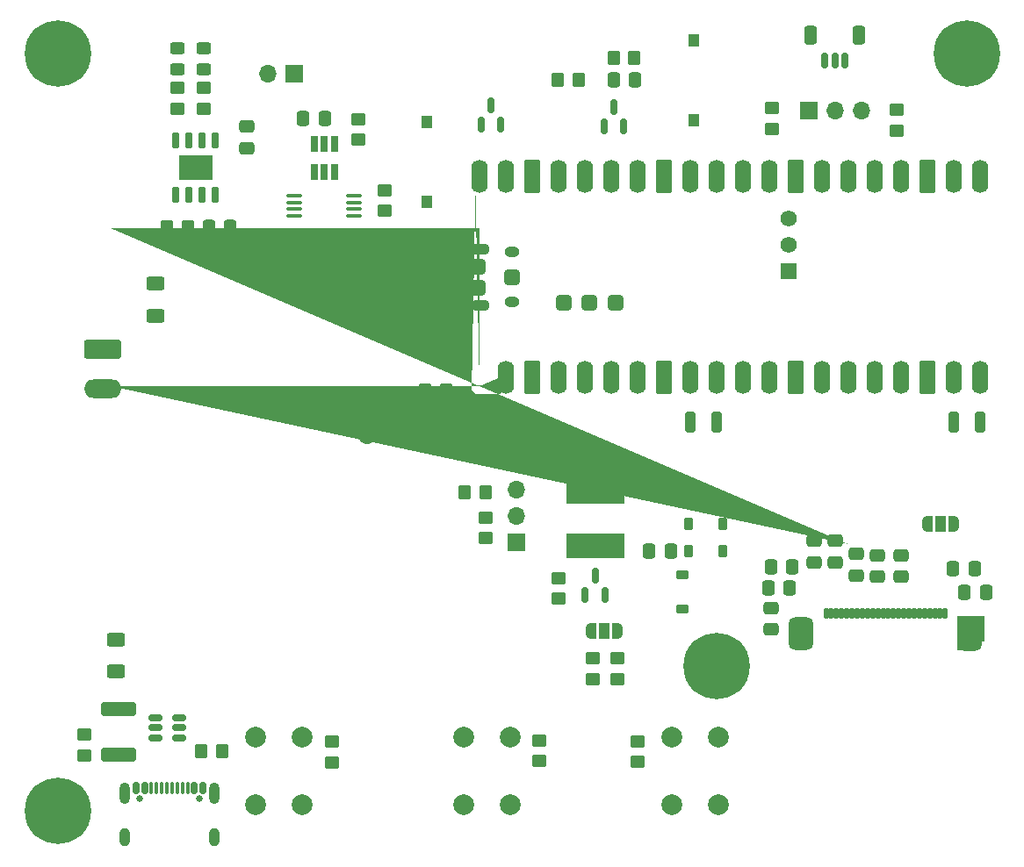
<source format=gts>
G04 #@! TF.GenerationSoftware,KiCad,Pcbnew,7.0.8*
G04 #@! TF.CreationDate,2023-12-17T13:49:59+01:00*
G04 #@! TF.ProjectId,ePaper_timetable,65506170-6572-45f7-9469-6d657461626c,rev?*
G04 #@! TF.SameCoordinates,Original*
G04 #@! TF.FileFunction,Soldermask,Top*
G04 #@! TF.FilePolarity,Negative*
%FSLAX46Y46*%
G04 Gerber Fmt 4.6, Leading zero omitted, Abs format (unit mm)*
G04 Created by KiCad (PCBNEW 7.0.8) date 2023-12-17 13:49:59*
%MOMM*%
%LPD*%
G01*
G04 APERTURE LIST*
G04 Aperture macros list*
%AMRoundRect*
0 Rectangle with rounded corners*
0 $1 Rounding radius*
0 $2 $3 $4 $5 $6 $7 $8 $9 X,Y pos of 4 corners*
0 Add a 4 corners polygon primitive as box body*
4,1,4,$2,$3,$4,$5,$6,$7,$8,$9,$2,$3,0*
0 Add four circle primitives for the rounded corners*
1,1,$1+$1,$2,$3*
1,1,$1+$1,$4,$5*
1,1,$1+$1,$6,$7*
1,1,$1+$1,$8,$9*
0 Add four rect primitives between the rounded corners*
20,1,$1+$1,$2,$3,$4,$5,0*
20,1,$1+$1,$4,$5,$6,$7,0*
20,1,$1+$1,$6,$7,$8,$9,0*
20,1,$1+$1,$8,$9,$2,$3,0*%
%AMFreePoly0*
4,1,58,1.881242,0.792533,1.914585,0.788777,1.924216,0.782725,1.935306,0.780194,1.961541,0.759271,1.989950,0.741421,2.341421,0.389950,2.359271,0.361541,2.380194,0.335306,2.382725,0.324216,2.388777,0.314585,2.392533,0.281242,2.400000,0.248529,2.400000,-0.248529,2.392533,-0.281242,2.388777,-0.314585,2.382725,-0.324216,2.380194,-0.335306,2.359271,-0.361541,2.341421,-0.389950,
1.989950,-0.741421,1.961541,-0.759271,1.935306,-0.780194,1.924216,-0.782725,1.914585,-0.788777,1.881242,-0.792533,1.848529,-0.800000,0.000000,-0.800000,-0.248529,-0.800000,-0.281242,-0.792533,-0.314585,-0.788777,-0.324216,-0.782725,-0.335306,-0.780194,-0.361541,-0.759271,-0.389950,-0.741421,-0.741421,-0.389950,-0.759271,-0.361541,-0.780194,-0.335306,-0.782725,-0.324216,-0.788777,-0.314585,
-0.792533,-0.281242,-0.800000,-0.248529,-0.800000,0.248529,-0.792533,0.281242,-0.788777,0.314585,-0.782725,0.324216,-0.780194,0.335306,-0.759271,0.361541,-0.741421,0.389950,-0.389950,0.741421,-0.361541,0.759271,-0.335306,0.780194,-0.324216,0.782725,-0.314585,0.788777,-0.281242,0.792533,-0.248529,0.800000,1.848529,0.800000,1.881242,0.792533,1.881242,0.792533,$1*%
%AMFreePoly1*
4,1,19,0.550000,-0.750000,0.000000,-0.750000,0.000000,-0.744911,-0.071157,-0.744911,-0.207708,-0.704816,-0.327430,-0.627875,-0.420627,-0.520320,-0.479746,-0.390866,-0.500000,-0.250000,-0.500000,0.250000,-0.479746,0.390866,-0.420627,0.520320,-0.327430,0.627875,-0.207708,0.704816,-0.071157,0.744911,0.000000,0.744911,0.000000,0.750000,0.550000,0.750000,0.550000,-0.750000,0.550000,-0.750000,
$1*%
%AMFreePoly2*
4,1,19,0.000000,0.744911,0.071157,0.744911,0.207708,0.704816,0.327430,0.627875,0.420627,0.520320,0.479746,0.390866,0.500000,0.250000,0.500000,-0.250000,0.479746,-0.390866,0.420627,-0.520320,0.327430,-0.627875,0.207708,-0.704816,0.071157,-0.744911,0.000000,-0.744911,0.000000,-0.750000,-0.550000,-0.750000,-0.550000,0.750000,0.000000,0.750000,0.000000,0.744911,0.000000,0.744911,
$1*%
G04 Aperture macros list end*
%ADD10O,1.800000X1.100000*%
%ADD11O,1.450000X1.050000*%
%ADD12FreePoly0,90.000000*%
%ADD13O,1.600000X3.200000*%
%ADD14RoundRect,0.200000X0.600000X-1.400000X0.600000X1.400000X-0.600000X1.400000X-0.600000X-1.400000X0*%
%ADD15R,1.574800X1.574800*%
%ADD16C,1.574800*%
%ADD17RoundRect,0.300000X0.450000X-0.450000X0.450000X0.450000X-0.450000X0.450000X-0.450000X-0.450000X0*%
%ADD18RoundRect,0.250000X-0.337500X-0.475000X0.337500X-0.475000X0.337500X0.475000X-0.337500X0.475000X0*%
%ADD19RoundRect,0.250000X-0.250000X-0.750000X0.250000X-0.750000X0.250000X0.750000X-0.250000X0.750000X0*%
%ADD20RoundRect,0.250000X-0.450000X0.350000X-0.450000X-0.350000X0.450000X-0.350000X0.450000X0.350000X0*%
%ADD21RoundRect,0.250000X0.450000X-0.325000X0.450000X0.325000X-0.450000X0.325000X-0.450000X-0.325000X0*%
%ADD22RoundRect,0.225000X0.375000X-0.225000X0.375000X0.225000X-0.375000X0.225000X-0.375000X-0.225000X0*%
%ADD23RoundRect,0.250000X-0.475000X0.337500X-0.475000X-0.337500X0.475000X-0.337500X0.475000X0.337500X0*%
%ADD24RoundRect,0.250000X0.337500X0.475000X-0.337500X0.475000X-0.337500X-0.475000X0.337500X-0.475000X0*%
%ADD25FreePoly1,0.000000*%
%ADD26R,1.000000X1.500000*%
%ADD27FreePoly2,0.000000*%
%ADD28RoundRect,0.076200X-0.150000X-0.400000X0.150000X-0.400000X0.150000X0.400000X-0.150000X0.400000X0*%
%ADD29RoundRect,0.599500X-0.599500X-0.978500X0.599500X-0.978500X0.599500X0.978500X-0.599500X0.978500X0*%
%ADD30C,6.400000*%
%ADD31RoundRect,0.225000X0.225000X0.375000X-0.225000X0.375000X-0.225000X-0.375000X0.225000X-0.375000X0*%
%ADD32RoundRect,0.250000X0.450000X-0.350000X0.450000X0.350000X-0.450000X0.350000X-0.450000X-0.350000X0*%
%ADD33R,5.700000X2.410000*%
%ADD34RoundRect,0.150000X0.150000X-0.587500X0.150000X0.587500X-0.150000X0.587500X-0.150000X-0.587500X0*%
%ADD35FreePoly1,180.000000*%
%ADD36FreePoly2,180.000000*%
%ADD37R,1.000000X1.250000*%
%ADD38RoundRect,0.250000X-0.350000X-0.450000X0.350000X-0.450000X0.350000X0.450000X-0.350000X0.450000X0*%
%ADD39RoundRect,0.250000X0.475000X-0.337500X0.475000X0.337500X-0.475000X0.337500X-0.475000X-0.337500X0*%
%ADD40R,1.700000X1.700000*%
%ADD41O,1.700000X1.700000*%
%ADD42RoundRect,0.250000X0.625000X-0.400000X0.625000X0.400000X-0.625000X0.400000X-0.625000X-0.400000X0*%
%ADD43RoundRect,0.150000X-0.150000X-0.625000X0.150000X-0.625000X0.150000X0.625000X-0.150000X0.625000X0*%
%ADD44RoundRect,0.250000X-0.350000X-0.650000X0.350000X-0.650000X0.350000X0.650000X-0.350000X0.650000X0*%
%ADD45C,0.650000*%
%ADD46RoundRect,0.150000X-0.150000X-0.425000X0.150000X-0.425000X0.150000X0.425000X-0.150000X0.425000X0*%
%ADD47RoundRect,0.075000X-0.075000X-0.500000X0.075000X-0.500000X0.075000X0.500000X-0.075000X0.500000X0*%
%ADD48O,1.000000X2.100000*%
%ADD49O,1.000000X1.800000*%
%ADD50RoundRect,0.225000X-0.225000X-0.375000X0.225000X-0.375000X0.225000X0.375000X-0.225000X0.375000X0*%
%ADD51RoundRect,0.250000X1.450000X-0.400000X1.450000X0.400000X-1.450000X0.400000X-1.450000X-0.400000X0*%
%ADD52RoundRect,0.150000X0.512500X0.150000X-0.512500X0.150000X-0.512500X-0.150000X0.512500X-0.150000X0*%
%ADD53R,0.650000X1.560000*%
%ADD54RoundRect,0.250000X0.350000X0.450000X-0.350000X0.450000X-0.350000X-0.450000X0.350000X-0.450000X0*%
%ADD55RoundRect,0.100000X0.637500X0.100000X-0.637500X0.100000X-0.637500X-0.100000X0.637500X-0.100000X0*%
%ADD56RoundRect,0.150000X0.150000X-0.650000X0.150000X0.650000X-0.150000X0.650000X-0.150000X-0.650000X0*%
%ADD57R,3.200000X2.400000*%
%ADD58RoundRect,0.250000X-1.550000X0.650000X-1.550000X-0.650000X1.550000X-0.650000X1.550000X0.650000X0*%
%ADD59O,3.600000X1.800000*%
%ADD60C,2.000000*%
G04 APERTURE END LIST*
G36*
X160441537Y-139860000D02*
G01*
X159341537Y-139860000D01*
X159341537Y-140710000D01*
X157841537Y-140710000D01*
X157841537Y-137460000D01*
X160441537Y-137460000D01*
X160441537Y-139860000D01*
G37*
D10*
X111890000Y-107449000D03*
D11*
X114920000Y-107149000D03*
X114920000Y-102299000D03*
D10*
X111890000Y-101999000D03*
D12*
X111760000Y-115214000D03*
D13*
X114300000Y-114414000D03*
D14*
X116840000Y-114414000D03*
D13*
X119380000Y-114414000D03*
X121920000Y-114414000D03*
X124460000Y-114414000D03*
X127000000Y-114414000D03*
D14*
X129540000Y-114414000D03*
D13*
X132080000Y-114414000D03*
X134620000Y-114414000D03*
X137160000Y-114414000D03*
X139700000Y-114414000D03*
D14*
X142240000Y-114414000D03*
D13*
X144780000Y-114414000D03*
X147320000Y-114414000D03*
X149860000Y-114414000D03*
X152400000Y-114414000D03*
D14*
X154940000Y-114414000D03*
D13*
X157480000Y-114414000D03*
X160020000Y-114414000D03*
X160020000Y-95034000D03*
X157480000Y-95034000D03*
D14*
X154940000Y-95034000D03*
D13*
X152400000Y-95034000D03*
X149860000Y-95034000D03*
X147320000Y-95034000D03*
X144780000Y-95034000D03*
D14*
X142240000Y-95034000D03*
D13*
X139700000Y-95034000D03*
X137160000Y-95034000D03*
X134620000Y-95034000D03*
X132080000Y-95034000D03*
D14*
X129540000Y-95034000D03*
D13*
X127000000Y-95034000D03*
X124460000Y-95034000D03*
X121920000Y-95034000D03*
X119380000Y-95034000D03*
D14*
X116840000Y-95034000D03*
D13*
X114300000Y-95034000D03*
X111760000Y-95034000D03*
D15*
X141590000Y-104139800D03*
D16*
X141590000Y-101599800D03*
X141590000Y-99059800D03*
D17*
X114890000Y-104724000D03*
X111590000Y-103724000D03*
X111590000Y-105724000D03*
X119890000Y-107224000D03*
X122390000Y-107224000D03*
X124890000Y-107224000D03*
D18*
X139871037Y-132715000D03*
X141946037Y-132715000D03*
D19*
X160020000Y-118745000D03*
D20*
X82691750Y-86448000D03*
X82691750Y-88448000D03*
X140030200Y-88433400D03*
X140030200Y-90433400D03*
D21*
X85231750Y-84679000D03*
X85231750Y-82629000D03*
D22*
X131318000Y-136778000D03*
X131318000Y-133478000D03*
D23*
X144083537Y-130153500D03*
X144083537Y-132228500D03*
D24*
X130218000Y-131191000D03*
X128143000Y-131191000D03*
D25*
X154940000Y-128524000D03*
D26*
X156240000Y-128524000D03*
D27*
X157540000Y-128524000D03*
D28*
X156703537Y-137160000D03*
X156203537Y-137160000D03*
X155703537Y-137160000D03*
X155203537Y-137160000D03*
X154703537Y-137160000D03*
X154203537Y-137160000D03*
X153703537Y-137160000D03*
X153203537Y-137160000D03*
X152703537Y-137160000D03*
X152203537Y-137160000D03*
X151703537Y-137160000D03*
X151203537Y-137160000D03*
X150703537Y-137160000D03*
X150203537Y-137160000D03*
X149703537Y-137160000D03*
X149203537Y-137160000D03*
X148703537Y-137160000D03*
X148203537Y-137160000D03*
X147703537Y-137160000D03*
X147203537Y-137160000D03*
X146703537Y-137160000D03*
X146203537Y-137160000D03*
X145703537Y-137160000D03*
X145203537Y-137160000D03*
D29*
X142742537Y-139138000D03*
X159069537Y-139192000D03*
D30*
X158750000Y-83185000D03*
D20*
X97586800Y-149571200D03*
X97586800Y-151571200D03*
D21*
X82691750Y-84679000D03*
X82691750Y-82629000D03*
D18*
X85718250Y-99910000D03*
X87793250Y-99910000D03*
D31*
X135254000Y-128524000D03*
X131954000Y-128524000D03*
D19*
X107543600Y-112064800D03*
D30*
X71120000Y-83185000D03*
D32*
X119380000Y-135747000D03*
X119380000Y-133747000D03*
D33*
X122936000Y-125411000D03*
X122936000Y-130621000D03*
D34*
X121986000Y-135430500D03*
X123886000Y-135430500D03*
X122936000Y-133555500D03*
D35*
X125125000Y-138829000D03*
D26*
X123825000Y-138829000D03*
D36*
X122525000Y-138829000D03*
D37*
X132435600Y-89614200D03*
X132435600Y-81864200D03*
D20*
X100137000Y-89471000D03*
X100137000Y-91471000D03*
D38*
X110506000Y-119380000D03*
X112506000Y-119380000D03*
D19*
X134620000Y-118745000D03*
D23*
X152465537Y-131550500D03*
X152465537Y-133625500D03*
D18*
X119972000Y-121920000D03*
X122047000Y-121920000D03*
D39*
X139892537Y-138705500D03*
X139892537Y-136630500D03*
D19*
X157480000Y-118745000D03*
D20*
X112395000Y-127921000D03*
X112395000Y-129921000D03*
D34*
X123799600Y-90220800D03*
X125699600Y-90220800D03*
X124749600Y-88345800D03*
D20*
X152044400Y-88601800D03*
X152044400Y-90601800D03*
D30*
X134620000Y-142240000D03*
D40*
X106045000Y-120015000D03*
D41*
X103505000Y-120015000D03*
X100965000Y-120015000D03*
D38*
X106569000Y-115697000D03*
X108569000Y-115697000D03*
D42*
X80518000Y-108458000D03*
X80518000Y-105358000D03*
D38*
X124730000Y-83616800D03*
X126730000Y-83616800D03*
D19*
X132080000Y-118745000D03*
D40*
X143525000Y-88646000D03*
D41*
X146065000Y-88646000D03*
X148605000Y-88646000D03*
D23*
X150179537Y-131550500D03*
X150179537Y-133625500D03*
D20*
X85231750Y-86464000D03*
X85231750Y-88464000D03*
X102677000Y-96329000D03*
X102677000Y-98329000D03*
D43*
X145050000Y-83875000D03*
X146050000Y-83875000D03*
X147050000Y-83875000D03*
D44*
X143750000Y-81350000D03*
X148350000Y-81350000D03*
D37*
X106680000Y-89718800D03*
X106680000Y-97468800D03*
D18*
X94781500Y-89455000D03*
X96856500Y-89455000D03*
X139617037Y-134747000D03*
X141692037Y-134747000D03*
D23*
X148147537Y-131423500D03*
X148147537Y-133498500D03*
D40*
X93960000Y-85115000D03*
D41*
X91420000Y-85115000D03*
D24*
X126818300Y-85699600D03*
X124743300Y-85699600D03*
D23*
X146115537Y-130153500D03*
X146115537Y-132228500D03*
D39*
X89342000Y-92270500D03*
X89342000Y-90195500D03*
D45*
X79025000Y-155070000D03*
X84805000Y-155070000D03*
D46*
X78715000Y-153995000D03*
X79515000Y-153995000D03*
D47*
X80665000Y-153995000D03*
X81665000Y-153995000D03*
X82165000Y-153995000D03*
X83165000Y-153995000D03*
D46*
X84315000Y-153995000D03*
X85115000Y-153995000D03*
X85115000Y-153995000D03*
X84315000Y-153995000D03*
D47*
X83665000Y-153995000D03*
X82665000Y-153995000D03*
X81165000Y-153995000D03*
X80165000Y-153995000D03*
D46*
X79515000Y-153995000D03*
X78715000Y-153995000D03*
D48*
X77595000Y-154570000D03*
D49*
X77595000Y-158750000D03*
D48*
X86235000Y-154570000D03*
D49*
X86235000Y-158750000D03*
D38*
X119345200Y-85674200D03*
X121345200Y-85674200D03*
D50*
X131954000Y-131191000D03*
X135254000Y-131191000D03*
D20*
X125095000Y-141512000D03*
X125095000Y-143512000D03*
D38*
X84979000Y-150495000D03*
X86979000Y-150495000D03*
D51*
X76962000Y-150815000D03*
X76962000Y-146365000D03*
D52*
X82829500Y-149162000D03*
X82829500Y-148212000D03*
X82829500Y-147262000D03*
X80554500Y-147262000D03*
X80554500Y-148212000D03*
X80554500Y-149162000D03*
D24*
X159533500Y-132842000D03*
X157458500Y-132842000D03*
D30*
X71120000Y-156210000D03*
D53*
X95885000Y-94615000D03*
X96835000Y-94615000D03*
X97785000Y-94615000D03*
X97785000Y-91915000D03*
X96835000Y-91915000D03*
X95885000Y-91915000D03*
D54*
X112379000Y-125476000D03*
X110379000Y-125476000D03*
D55*
X99697500Y-98812000D03*
X99697500Y-98162000D03*
X99697500Y-97512000D03*
X99697500Y-96862000D03*
X93972500Y-96862000D03*
X93972500Y-97512000D03*
X93972500Y-98162000D03*
X93972500Y-98812000D03*
D42*
X76708000Y-142774000D03*
X76708000Y-139674000D03*
D20*
X73660000Y-148860000D03*
X73660000Y-150860000D03*
D40*
X115316000Y-130326000D03*
D41*
X115316000Y-127786000D03*
X115316000Y-125246000D03*
X115316000Y-122706000D03*
D56*
X82526750Y-96810000D03*
X83796750Y-96810000D03*
X85066750Y-96810000D03*
X86336750Y-96810000D03*
X86336750Y-91510000D03*
X85066750Y-91510000D03*
X83796750Y-91510000D03*
X82526750Y-91510000D03*
D57*
X84431750Y-94160000D03*
D20*
X117551200Y-149418800D03*
X117551200Y-151418800D03*
D32*
X122682000Y-143512000D03*
X122682000Y-141512000D03*
D54*
X83691750Y-99910000D03*
X81691750Y-99910000D03*
D58*
X75438000Y-111688000D03*
D59*
X75438000Y-115498000D03*
D20*
X127000000Y-149495000D03*
X127000000Y-151495000D03*
D34*
X111949000Y-89992000D03*
X113849000Y-89992000D03*
X112899000Y-88117000D03*
D24*
X160615037Y-135128000D03*
X158540037Y-135128000D03*
D60*
X110272000Y-149150000D03*
X110272000Y-155650000D03*
X114772000Y-149150000D03*
X114772000Y-155650000D03*
X130338000Y-149150000D03*
X130338000Y-155650000D03*
X134838000Y-149150000D03*
X134838000Y-155650000D03*
X90206000Y-149150000D03*
X90206000Y-155650000D03*
X94706000Y-149150000D03*
X94706000Y-155650000D03*
M02*

</source>
